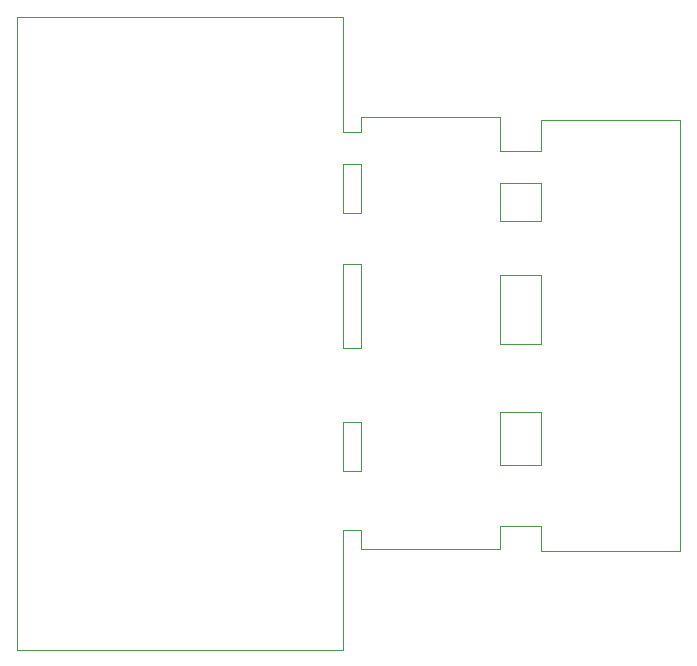
<source format=gm1>
G04 #@! TF.GenerationSoftware,KiCad,Pcbnew,(5.1.2)-1*
G04 #@! TF.CreationDate,2019-05-27T08:40:29+02:00*
G04 #@! TF.ProjectId,fireSound,66697265-536f-4756-9e64-2e6b69636164,rev?*
G04 #@! TF.SameCoordinates,Original*
G04 #@! TF.FileFunction,Profile,NP*
%FSLAX46Y46*%
G04 Gerber Fmt 4.6, Leading zero omitted, Abs format (unit mm)*
G04 Created by KiCad (PCBNEW (5.1.2)-1) date 2019-05-27 08:40:29*
%MOMM*%
%LPD*%
G04 APERTURE LIST*
%ADD10C,0.050000*%
%ADD11C,0.100000*%
G04 APERTURE END LIST*
D10*
X63750000Y-162075000D02*
X63750000Y-158875000D01*
X67250000Y-162075000D02*
X63750000Y-162075000D01*
X67250000Y-158875000D02*
X67250000Y-162075000D01*
X63750000Y-158875000D02*
X67250000Y-158875000D01*
X52000000Y-161417000D02*
X52000000Y-157226000D01*
X63750000Y-172475000D02*
X63737500Y-166650000D01*
X67225000Y-172475000D02*
X63750000Y-172475000D01*
X67212500Y-166650000D02*
X67225000Y-172475000D01*
X63737500Y-166650000D02*
X67212500Y-166650000D01*
X63750000Y-178275000D02*
X63750000Y-182725000D01*
X67200000Y-178275000D02*
X63750000Y-178275000D01*
X67225000Y-182725000D02*
X67200000Y-178275000D01*
X63750000Y-182725000D02*
X67225000Y-182725000D01*
X52000000Y-154559000D02*
X52000000Y-153325000D01*
X63750000Y-153325000D02*
X52000000Y-153325000D01*
X63750000Y-156200000D02*
X63750000Y-153325000D01*
X67225000Y-156200000D02*
X63750000Y-156200000D01*
X67225000Y-153550000D02*
X67225000Y-156200000D01*
X78975000Y-153550000D02*
X67225000Y-153550000D01*
X78975000Y-190050000D02*
X78975000Y-153550000D01*
X67225000Y-190050000D02*
X78975000Y-190050000D01*
X67225000Y-187925000D02*
X67225000Y-190050000D01*
X63750000Y-187925000D02*
X67225000Y-187925000D01*
X63750000Y-189825000D02*
X63750000Y-187925000D01*
X52000000Y-189825000D02*
X63750000Y-189825000D01*
X52000000Y-188214000D02*
X52000000Y-189825000D01*
X52000000Y-183261000D02*
X52000000Y-179070000D01*
X52000000Y-165735000D02*
X52000000Y-172847000D01*
X50419000Y-161417000D02*
X52000000Y-161417000D01*
X52000000Y-157226000D02*
X50419000Y-157226000D01*
X50419000Y-161417000D02*
X50419000Y-157226000D01*
X50419000Y-183261000D02*
X50419000Y-179070000D01*
X50419000Y-198374000D02*
X50419000Y-188214000D01*
X50419000Y-188214000D02*
X52000000Y-188214000D01*
X50419000Y-183261000D02*
X52000000Y-183261000D01*
X50419000Y-154559000D02*
X50419000Y-144780000D01*
X50419000Y-165735000D02*
X52000000Y-165735000D01*
X50419000Y-172847000D02*
X50419000Y-165735000D01*
X50419000Y-172847000D02*
X52000000Y-172847000D01*
X52000000Y-154559000D02*
X50419000Y-154559000D01*
X52000000Y-179070000D02*
X50419000Y-179070000D01*
D11*
X22860000Y-198374000D02*
X50419000Y-198374000D01*
X22860000Y-144780000D02*
X22860000Y-198374000D01*
X50419000Y-144780000D02*
X22860000Y-144780000D01*
M02*

</source>
